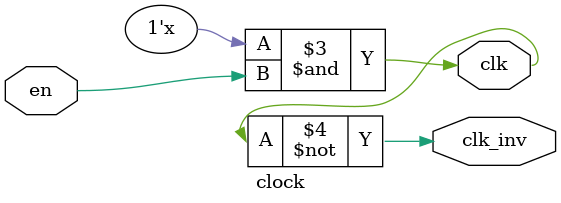
<source format=v>
module clock(
  input wire en,
  output reg clk = 0,
  output wire clk_inv
);

  always begin
    #5 clk = ~clk & en;
  end

  assign clk_inv = ~clk;

endmodule

</source>
